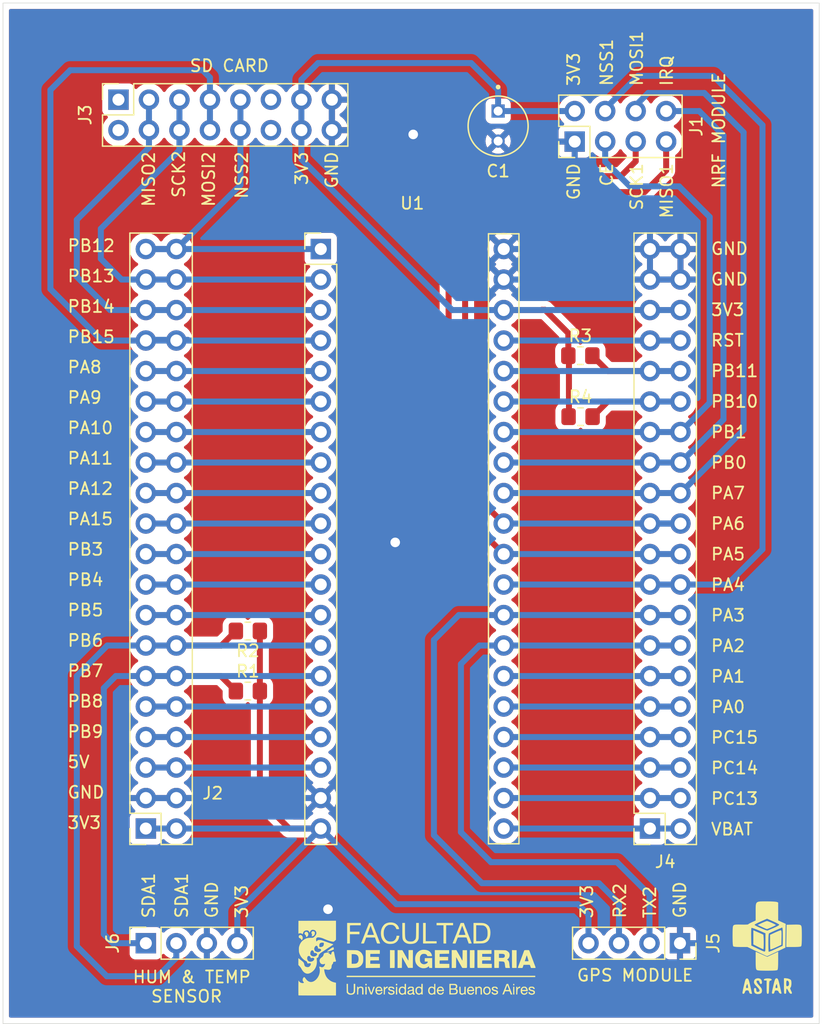
<source format=kicad_pcb>
(kicad_pcb (version 20240108) (generator "pcbnew") (generator_version "8.0")
  (title_block (title "Blue Pill extension board") (company "Fiuba Sat"))
  (layers (0 "F.Cu" signal) (31 "B.Cu" signal) (34 "B.Paste" user) (35 "F.Paste" user) (36 "B.SilkS" user "B.Silkscreen") (37 "F.SilkS" user "F.Silkscreen") (38 "B.Mask" user) (39 "F.Mask" user) (44 "Edge.Cuts" user))
  (net 0 "")
  (net 1 "MOSI1")
  (net 2 "VBAT")
  (net 3 "NSS1")
  (net 4 "SCK1")
  (net 5 "SDA2")
  (net 6 "PA1")
  (net 7 "PB1")
  (net 8 "PC13")
  (net 9 "PC15")
  (net 10 "SCL2")
  (net 11 "PC14")
  (net 12 "RST")
  (net 13 "PA0")
  (net 14 "PB0")
  (net 15 "PA8")
  (net 16 "PB4")
  (net 17 "PB3")
  (net 18 "PB5")
  (net 19 "PA11")
  (net 20 "MISO1")
  (net 21 "PA15")
  (net 22 "PA12")
  (net 23 "SDA1")
  (net 24 "SCL1")
  (net 25 "5V")
  (net 26 "NSS2")
  (net 27 "SCK2")
  (net 28 "MOSI2")
  (net 29 "PB8")
  (net 30 "PB9")
  (net 31 "GND")
  (net 35 "MISO2")
  (net 36 "RX1")
  (net 37 "TX1")
  (net 39 "RX2")
  (net 40 "TX2")
  (net 41 "3V3_R")
  (net 42 "3V3_L")
  (footprint "Connector_PinSocket_2.54mm:PinSocket_2x20_P2.54mm_Vertical" (layer "F.Cu") (at 124.675 114.73 180)
    (property "Reference" "J2" (at -5.575 2.94 180) (layer "F.SilkS"))
    (property "Value" "Conn_02x20_Odd_Even" (hide yes))
    (pad "1" thru_hole rect (at 0 0 180) (size 1.7 1.7) (drill 1) (layers "*.Cu" "*.Mask") (net 42 "3V3_L"))
    (pad "2" thru_hole oval (at -2.54 0 180) (size 1.7 1.7) (drill 1) (layers "*.Cu" "*.Mask") (net 42 "3V3_L"))
    (pad "3" thru_hole oval (at 0 2.54 180) (size 1.7 1.7) (drill 1) (layers "*.Cu" "*.Mask") (net 31 "GND"))
    (pad "4" thru_hole oval (at -2.54 2.54 180) (size 1.7 1.7) (drill 1) (layers "*.Cu" "*.Mask") (net 31 "GND"))
    (pad "5" thru_hole oval (at 0 5.08 180) (size 1.7 1.7) (drill 1) (layers "*.Cu" "*.Mask") (net 25 "5V"))
    (pad "6" thru_hole oval (at -2.54 5.08 180) (size 1.7 1.7) (drill 1) (layers "*.Cu" "*.Mask") (net 25 "5V"))
    (pad "7" thru_hole oval (at 0 7.62 180) (size 1.7 1.7) (drill 1) (layers "*.Cu" "*.Mask") (net 30 "PB9"))
    (pad "8" thru_hole oval (at -2.54 7.62 180) (size 1.7 1.7) (drill 1) (layers "*.Cu" "*.Mask") (net 30 "PB9"))
    (pad "9" thru_hole oval (at 0 10.16 180) (size 1.7 1.7) (drill 1) (layers "*.Cu" "*.Mask") (net 29 "PB8"))
    (pad "10" thru_hole oval (at -2.54 10.16 180) (size 1.7 1.7) (drill 1) (layers "*.Cu" "*.Mask") (net 29 "PB8"))
    (pad "11" thru_hole oval (at 0 12.7 180) (size 1.7 1.7) (drill 1) (layers "*.Cu" "*.Mask") (net 23 "SDA1"))
    (pad "12" thru_hole oval (at -2.54 12.7 180) (size 1.7 1.7) (drill 1) (layers "*.Cu" "*.Mask") (net 23 "SDA1"))
    (pad "13" thru_hole oval (at 0 15.24 180) (size 1.7 1.7) (drill 1) (layers "*.Cu" "*.Mask") (net 24 "SCL1"))
    (pad "14" thru_hole oval (at -2.54 15.24 180) (size 1.7 1.7) (drill 1) (layers "*.Cu" "*.Mask") (net 24 "SCL1"))
    (pad "15" thru_hole oval (at 0 17.78 180) (size 1.7 1.7) (drill 1) (layers "*.Cu" "*.Mask") (net 18 "PB5"))
    (pad "16" thru_hole oval (at -2.54 17.78 180) (size 1.7 1.7) (drill 1) (layers "*.Cu" "*.Mask") (net 18 "PB5"))
    (pad "17" thru_hole oval (at 0 20.32 180) (size 1.7 1.7) (drill 1) (layers "*.Cu" "*.Mask") (net 16 "PB4"))
    (pad "18" thru_hole oval (at -2.54 20.32 180) (size 1.7 1.7) (drill 1) (layers "*.Cu" "*.Mask") (net 16 "PB4"))
    (pad "19" thru_hole oval (at 0 22.86 180) (size 1.7 1.7) (drill 1) (layers "*.Cu" "*.Mask") (net 17 "PB3"))
    (pad "20" thru_hole oval (at -2.54 22.86 180) (size 1.7 1.7) (drill 1) (layers "*.Cu" "*.Mask") (net 17 "PB3"))
    (pad "21" thru_hole oval (at 0 25.4 180) (size 1.7 1.7) (drill 1) (layers "*.Cu" "*.Mask") (net 21 "PA15"))
    (pad "22" thru_hole oval (at -2.54 25.4 180) (size 1.7 1.7) (drill 1) (layers "*.Cu" "*.Mask") (net 21 "PA15"))
    (pad "23" thru_hole oval (at 0 27.94 180) (size 1.7 1.7) (drill 1) (layers "*.Cu" "*.Mask") (net 22 "PA12"))
    (pad "24" thru_hole oval (at -2.54 27.94 180) (size 1.7 1.7) (drill 1) (layers "*.Cu" "*.Mask") (net 22 "PA12"))
    (pad "25" thru_hole oval (at 0 30.48 180) (size 1.7 1.7) (drill 1) (layers "*.Cu" "*.Mask") (net 19 "PA11"))
    (pad "26" thru_hole oval (at -2.54 30.48 180) (size 1.7 1.7) (drill 1) (layers "*.Cu" "*.Mask") (net 19 "PA11"))
    (pad "27" thru_hole oval (at 0 33.02 180) (size 1.7 1.7) (drill 1) (layers "*.Cu" "*.Mask") (net 36 "RX1"))
    (pad "28" thru_hole oval (at -2.54 33.02 180) (size 1.7 1.7) (drill 1) (layers "*.Cu" "*.Mask") (net 36 "RX1"))
    (pad "29" thru_hole oval (at 0 35.56 180) (size 1.7 1.7) (drill 1) (layers "*.Cu" "*.Mask") (net 37 "TX1"))
    (pad "30" thru_hole oval (at -2.54 35.56 180) (size 1.7 1.7) (drill 1) (layers "*.Cu" "*.Mask") (net 37 "TX1"))
    (pad "31" thru_hole oval (at 0 38.1 180) (size 1.7 1.7) (drill 1) (layers "*.Cu" "*.Mask") (net 15 "PA8"))
    (pad "32" thru_hole oval (at -2.54 38.1 180) (size 1.7 1.7) (drill 1) (layers "*.Cu" "*.Mask") (net 15 "PA8"))
    (pad "33" thru_hole oval (at 0 40.64 180) (size 1.7 1.7) (drill 1) (layers "*.Cu" "*.Mask") (net 28 "MOSI2"))
    (pad "34" thru_hole oval (at -2.54 40.64 180) (size 1.7 1.7) (drill 1) (layers "*.Cu" "*.Mask") (net 28 "MOSI2"))
    (pad "35" thru_hole oval (at 0 43.18 180) (size 1.7 1.7) (drill 1) (layers "*.Cu" "*.Mask") (net 35 "MISO2"))
    (pad "36" thru_hole oval (at -2.54 43.18 180) (size 1.7 1.7) (drill 1) (layers "*.Cu" "*.Mask") (net 35 "MISO2"))
    (pad "37" thru_hole oval (at 0 45.72 180) (size 1.7 1.7) (drill 1) (layers "*.Cu" "*.Mask") (net 27 "SCK2"))
    (pad "38" thru_hole oval (at -2.54 45.72 180) (size 1.7 1.7) (drill 1) (layers "*.Cu" "*.Mask") (net 27 "SCK2"))
    (pad "39" thru_hole oval (at 0 48.26 180) (size 1.7 1.7) (drill 1) (layers "*.Cu" "*.Mask") (net 26 "NSS2"))
    (pad "40" thru_hole oval (at -2.54 48.26 180) (size 1.7 1.7) (drill 1) (layers "*.Cu" "*.Mask") (net 26 "NSS2"))
  )
  (footprint "Footprints:BluePill_modified(F.Courtyard)" (layer "F.Cu") (at 139.25 66.47)
    (property "Reference" "U1" (at 7.62 -3.81 0) (layer "F.SilkS"))
    (property "Value" "YAAJ_BluePill_Part_Like" (hide yes))
    (pad "1" thru_hole rect (at 0 0) (size 1.7 1.7) (drill 1) (layers "*.Cu" "*.Mask") (net 26 "NSS2"))
    (pad "2" thru_hole circle (at 0 2.54) (size 1.7 1.7) (drill 1) (layers "*.Cu" "*.Mask") (net 27 "SCK2"))
    (pad "3" thru_hole circle (at 0 5.08) (size 1.7 1.7) (drill 1) (layers "*.Cu" "*.Mask") (net 35 "MISO2"))
    (pad "4" thru_hole circle (at 0 7.62) (size 1.7 1.7) (drill 1) (layers "*.Cu" "*.Mask") (net 28 "MOSI2"))
    (pad "5" thru_hole circle (at 0 10.16) (size 1.7 1.7) (drill 1) (layers "*.Cu" "*.Mask") (net 15 "PA8"))
    (pad "6" thru_hole circle (at 0 12.7) (size 1.7 1.7) (drill 1) (layers "*.Cu" "*.Mask") (net 37 "TX1"))
    (pad "7" thru_hole circle (at 0 15.24) (size 1.7 1.7) (drill 1) (layers "*.Cu" "*.Mask") (net 36 "RX1"))
    (pad "8" thru_hole circle (at 0 17.78) (size 1.7 1.7) (drill 1) (layers "*.Cu" "*.Mask") (net 19 "PA11"))
    (pad "9" thru_hole circle (at 0 20.32) (size 1.7 1.7) (drill 1) (layers "*.Cu" "*.Mask") (net 22 "PA12"))
    (pad "10" thru_hole circle (at 0 22.86) (size 1.7 1.7) (drill 1) (layers "*.Cu" "*.Mask") (net 21 "PA15"))
    (pad "11" thru_hole circle (at 0 25.4) (size 1.7 1.7) (drill 1) (layers "*.Cu" "*.Mask") (net 17 "PB3"))
    (pad "12" thru_hole circle (at 0 27.94) (size 1.7 1.7) (drill 1) (layers "*.Cu" "*.Mask") (net 16 "PB4"))
    (pad "13" thru_hole circle (at 0 30.48) (size 1.7 1.7) (drill 1) (layers "*.Cu" "*.Mask") (net 18 "PB5"))
    (pad "14" thru_hole circle (at 0 33.02) (size 1.7 1.7) (drill 1) (layers "*.Cu" "*.Mask") (net 24 "SCL1"))
    (pad "15" thru_hole circle (at 0 35.56) (size 1.7 1.7) (drill 1) (layers "*.Cu" "*.Mask") (net 23 "SDA1"))
    (pad "16" thru_hole circle (at 0 38.1) (size 1.7 1.7) (drill 1) (layers "*.Cu" "*.Mask") (net 29 "PB8"))
    (pad "17" thru_hole circle (at 0 40.64) (size 1.7 1.7) (drill 1) (layers "*.Cu" "*.Mask") (net 30 "PB9"))
    (pad "18" thru_hole circle (at 0 43.18) (size 1.7 1.7) (drill 1) (layers "*.Cu" "*.Mask") (net 25 "5V"))
    (pad "19" thru_hole circle (at 0 45.72) (size 1.7 1.7) (drill 1) (layers "*.Cu" "*.Mask") (net 31 "GND"))
    (pad "20" thru_hole circle (at 0 48.26) (size 1.7 1.7) (drill 1) (layers "*.Cu" "*.Mask") (net 42 "3V3_L"))
    (pad "21" thru_hole circle (at 15.24 48.26) (size 1.7 1.7) (drill 1) (layers "*.Cu" "*.Mask") (net 2 "VBAT"))
    (pad "22" thru_hole circle (at 15.24 45.72) (size 1.7 1.7) (drill 1) (layers "*.Cu" "*.Mask") (net 8 "PC13"))
    (pad "23" thru_hole circle (at 15.24 43.18) (size 1.7 1.7) (drill 1) (layers "*.Cu" "*.Mask") (net 11 "PC14"))
    (pad "24" thru_hole circle (at 15.24 40.64) (size 1.7 1.7) (drill 1) (layers "*.Cu" "*.Mask") (net 9 "PC15"))
    (pad "25" thru_hole circle (at 15.24 38.1) (size 1.7 1.7) (drill 1) (layers "*.Cu" "*.Mask") (net 13 "PA0"))
    (pad "26" thru_hole circle (at 15.24 35.56) (size 1.7 1.7) (drill 1) (layers "*.Cu" "*.Mask") (net 6 "PA1"))
    (pad "27" thru_hole circle (at 15.24 33.02) (size 1.7 1.7) (drill 1) (layers "*.Cu" "*.Mask") (net 40 "TX2"))
    (pad "28" thru_hole circle (at 15.24 30.48) (size 1.7 1.7) (drill 1) (layers "*.Cu" "*.Mask") (net 39 "RX2"))
    (pad "29" thru_hole circle (at 15.24 27.94) (size 1.7 1.7) (drill 1) (layers "*.Cu" "*.Mask") (net 3 "NSS1"))
    (pad "30" thru_hole circle (at 15.24 25.4) (size 1.7 1.7) (drill 1) (layers "*.Cu" "*.Mask") (net 4 "SCK1"))
    (pad "31" thru_hole circle (at 15.24 22.86) (size 1.7 1.7) (drill 1) (layers "*.Cu" "*.Mask") (net 20 "MISO1"))
    (pad "32" thru_hole circle (at 15.24 20.32) (size 1.7 1.7) (drill 1) (layers "*.Cu" "*.Mask") (net 1 "MOSI1"))
    (pad "33" thru_hole circle (at 15.24 17.78) (size 1.7 1.7) (drill 1) (layers "*.Cu" "*.Mask") (net 14 "PB0"))
    (pad "34" thru_hole circle (at 15.24 15.24) (size 1.7 1.7) (drill 1) (layers "*.Cu" "*.Mask") (net 7 "PB1"))
    (pad "35" thru_hole circle (at 15.24 12.7) (size 1.7 1.7) (drill 1) (layers "*.Cu" "*.Mask") (net 10 "SCL2"))
    (pad "36" thru_hole circle (at 15.24 10.16) (size 1.7 1.7) (drill 1) (layers "*.Cu" "*.Mask") (net 5 "SDA2"))
    (pad "37" thru_hole circle (at 15.24 7.62) (size 1.7 1.7) (drill 1) (layers "*.Cu" "*.Mask") (net 12 "RST"))
    (pad "38" thru_hole circle (at 15.24 5.08) (size 1.7 1.7) (drill 1) (layers "*.Cu" "*.Mask") (net 41 "3V3_R"))
    (pad "39" thru_hole circle (at 15.24 2.54) (size 1.7 1.7) (drill 1) (layers "*.Cu" "*.Mask") (net 31 "GND"))
    (pad "40" thru_hole circle (at 15.24 0) (size 1.7 1.7) (drill 1) (layers "*.Cu" "*.Mask") (net 31 "GND"))
  )
  (footprint "Connector_PinSocket_2.54mm:PinSocket_2x20_P2.54mm_Vertical" (layer "F.Cu") (at 166.675 114.73 180)
    (property "Reference" "J4" (at -1.27 -2.77 180) (layer "F.SilkS"))
    (property "Value" "Conn_02x20_Odd_Even" (hide yes))
    (pad "1" thru_hole rect (at 0 0 180) (size 1.7 1.7) (drill 1) (layers "*.Cu" "*.Mask") (net 2 "VBAT"))
    (pad "2" thru_hole oval (at -2.54 0 180) (size 1.7 1.7) (drill 1) (layers "*.Cu" "*.Mask") (net 2 "VBAT"))
    (pad "3" thru_hole oval (at 0 2.54 180) (size 1.7 1.7) (drill 1) (layers "*.Cu" "*.Mask") (net 8 "PC13"))
    (pad "4" thru_hole oval (at -2.54 2.54 180) (size 1.7 1.7) (drill 1) (layers "*.Cu" "*.Mask") (net 8 "PC13"))
    (pad "5" thru_hole oval (at 0 5.08 180) (size 1.7 1.7) (drill 1) (layers "*.Cu" "*.Mask") (net 11 "PC14"))
    (pad "6" thru_hole oval (at -2.54 5.08 180) (size 1.7 1.7) (drill 1) (layers "*.Cu" "*.Mask") (net 11 "PC14"))
    (pad "7" thru_hole oval (at 0 7.62 180) (size 1.7 1.7) (drill 1) (layers "*.Cu" "*.Mask") (net 9 "PC15"))
    (pad "8" thru_hole oval (at -2.54 7.62 180) (size 1.7 1.7) (drill 1) (layers "*.Cu" "*.Mask") (net 9 "PC15"))
    (pad "9" thru_hole oval (at 0 10.16 180) (size 1.7 1.7) (drill 1) (layers "*.Cu" "*.Mask") (net 13 "PA0"))
    (pad "10" thru_hole oval (at -2.54 10.16 180) (size 1.7 1.7) (drill 1) (layers "*.Cu" "*.Mask") (net 13 "PA0"))
    (pad "11" thru_hole oval (at 0 12.7 180) (size 1.7 1.7) (drill 1) (layers "*.Cu" "*.Mask") (net 6 "PA1"))
    (pad "12" thru_hole oval (at -2.54 12.7 180) (size 1.7 1.7) (drill 1) (layers "*.Cu" "*.Mask") (net 6 "PA1"))
    (pad "13" thru_hole oval (at 0 15.24 180) (size 1.7 1.7) (drill 1) (layers "*.Cu" "*.Mask") (net 40 "TX2"))
    (pad "14" thru_hole oval (at -2.54 15.24 180) (size 1.7 1.7) (drill 1) (layers "*.Cu" "*.Mask") (net 40 "TX2"))
    (pad "15" thru_hole oval (at 0 17.78 180) (size 1.7 1.7) (drill 1) (layers "*.Cu" "*.Mask") (net 39 "RX2"))
    (pad "16" thru_hole oval (at -2.54 17.78 180) (size 1.7 1.7) (drill 1) (layers "*.Cu" "*.Mask") (net 39 "RX2"))
    (pad "17" thru_hole oval (at 0 20.32 180) (size 1.7 1.7) (drill 1) (layers "*.Cu" "*.Mask") (net 3 "NSS1"))
    (pad "18" thru_hole oval (at -2.54 20.32 180) (size 1.7 1.7) (drill 1) (layers "*.Cu" "*.Mask") (net 3 "NSS1"))
    (pad "19" thru_hole oval (at 0 22.86 180) (size 1.7 1.7) (drill 1) (layers "*.Cu" "*.Mask") (net 4 "SCK1"))
    (pad "20" thru_hole oval (at -2.54 22.86 180) (size 1.7 1.7) (drill 1) (layers "*.Cu" "*.Mask") (net 4 "SCK1"))
    (pad "21" thru_hole oval (at 0 25.4 180) (size 1.7 1.7) (drill 1) (layers "*.Cu" "*.Mask") (net 20 "MISO1"))
    (pad "22" thru_hole oval (at -2.54 25.4 180) (size 1.7 1.7) (drill 1) (layers "*.Cu" "*.Mask") (net 20 "MISO1"))
    (pad "23" thru_hole oval (at 0 27.94 180) (size 1.7 1.7) (drill 1) (layers "*.Cu" "*.Mask") (net 1 "MOSI1"))
    (pad "24" thru_hole oval (at -2.54 27.94 180) (size 1.7 1.7) (drill 1) (layers "*.Cu" "*.Mask") (net 1 "MOSI1"))
    (pad "25" thru_hole oval (at 0 30.48 180) (size 1.7 1.7) (drill 1) (layers "*.Cu" "*.Mask") (net 14 "PB0"))
    (pad "26" thru_hole oval (at -2.54 30.48 180) (size 1.7 1.7) (drill 1) (layers "*.Cu" "*.Mask") (net 14 "PB0"))
    (pad "27" thru_hole oval (at 0 33.02 180) (size 1.7 1.7) (drill 1) (layers "*.Cu" "*.Mask") (net 7 "PB1"))
    (pad "28" thru_hole oval (at -2.54 33.02 180) (size 1.7 1.7) (drill 1) (layers "*.Cu" "*.Mask") (net 7 "PB1"))
    (pad "29" thru_hole oval (at 0 35.56 180) (size 1.7 1.7) (drill 1) (layers "*.Cu" "*.Mask") (net 10 "SCL2"))
    (pad "30" thru_hole oval (at -2.54 35.56 180) (size 1.7 1.7) (drill 1) (layers "*.Cu" "*.Mask") (net 10 "SCL2"))
    (pad "31" thru_hole oval (at 0 38.1 180) (size 1.7 1.7) (drill 1) (layers "*.Cu" "*.Mask") (net 5 "SDA2"))
    (pad "32" thru_hole oval (at -2.54 38.1 180) (size 1.7 1.7) (drill 1) (layers "*.Cu" "*.Mask") (net 5 "SDA2"))
    (pad "33" thru_hole oval (at 0 40.64 180) (size 1.7 1.7) (drill 1) (layers "*.Cu" "*.Mask") (net 12 "RST"))
    (pad "34" thru_hole oval (at -2.54 40.64 180) (size 1.7 1.7) (drill 1) (layers "*.Cu" "*.Mask") (net 12 "RST"))
    (pad "35" thru_hole oval (at 0 43.18 180) (size 1.7 1.7) (drill 1) (layers "*.Cu" "*.Mask") (net 41 "3V3_R"))
    (pad "36" thru_hole oval (at -2.54 43.18 180) (size 1.7 1.7) (drill 1) (layers "*.Cu" "*.Mask") (net 41 "3V3_R"))
    (pad "37" thru_hole oval (at 0 45.72 180) (size 1.7 1.7) (drill 1) (layers "*.Cu" "*.Mask") (net 31 "GND"))
    (pad "38" thru_hole oval (at -2.54 45.72 180) (size 1.7 1.7) (drill 1) (layers "*.Cu" "*.Mask") (net 31 "GND"))
    (pad "39" thru_hole oval (at 0 48.26 180) (size 1.7 1.7) (drill 1) (layers "*.Cu" "*.Mask") (net 31 "GND"))
    (pad "40" thru_hole oval (at -2.54 48.26 180) (size 1.7 1.7) (drill 1) (layers "*.Cu" "*.Mask") (net 31 "GND"))
  )
  (footprint "Connector_PinSocket_2.54mm:PinSocket_2x08_P2.54mm_Vertical" (layer "F.Cu") (at 122.395 54.03 90)
    (property "Reference" "J3" (at -1.27 -2.77 -90) (layer "F.SilkS"))
    (property "Value" "SD_CARD")
    (pad "1" thru_hole rect (at 0 0 90) (size 1.7 1.7) (drill 1) (layers "*.Cu" "*.Mask"))
    (pad "2" thru_hole oval (at -2.54 0 90) (size 1.7 1.7) (drill 1) (layers "*.Cu" "*.Mask"))
    (pad "3" thru_hole oval (at 0 2.54 90) (size 1.7 1.7) (drill 1) (layers "*.Cu" "*.Mask") (net 35 "MISO2"))
    (pad "4" thru_hole oval (at -2.54 2.54 90) (size 1.7 1.7) (drill 1) (layers "*.Cu" "*.Mask") (net 35 "MISO2"))
    (pad "5" thru_hole oval (at 0 5.08 90) (size 1.7 1.7) (drill 1) (layers "*.Cu" "*.Mask") (net 27 "SCK2"))
    (pad "6" thru_hole oval (at -2.54 5.08 90) (size 1.7 1.7) (drill 1) (layers "*.Cu" "*.Mask") (net 27 "SCK2"))
    (pad "7" thru_hole oval (at 0 7.62 90) (size 1.7 1.7) (drill 1) (layers "*.Cu" "*.Mask") (net 28 "MOSI2"))
    (pad "8" thru_hole oval (at -2.54 7.62 90) (size 1.7 1.7) (drill 1) (layers "*.Cu" "*.Mask") (net 28 "MOSI2"))
    (pad "9" thru_hole oval (at 0 10.16 90) (size 1.7 1.7) (drill 1) (layers "*.Cu" "*.Mask") (net 26 "NSS2"))
    (pad "10" thru_hole oval (at -2.54 10.16 90) (size 1.7 1.7) (drill 1) (layers "*.Cu" "*.Mask") (net 26 "NSS2"))
    (pad "11" thru_hole oval (at 0 12.7 90) (size 1.7 1.7) (drill 1) (layers "*.Cu" "*.Mask"))
    (pad "12" thru_hole oval (at -2.54 12.7 90) (size 1.7 1.7) (drill 1) (layers "*.Cu" "*.Mask"))
    (pad "13" thru_hole oval (at 0 15.24 90) (size 1.7 1.7) (drill 1) (layers "*.Cu" "*.Mask") (net 41 "3V3_R"))
    (pad "14" thru_hole oval (at -2.54 15.24 90) (size 1.7 1.7) (drill 1) (layers "*.Cu" "*.Mask") (net 41 "3V3_R"))
    (pad "15" thru_hole oval (at 0 17.78 90) (size 1.7 1.7) (drill 1) (layers "*.Cu" "*.Mask") (net 31 "GND"))
    (pad "16" thru_hole oval (at -2.54 17.78 90) (size 1.7 1.7) (drill 1) (layers "*.Cu" "*.Mask") (net 31 "GND"))
  )
  (footprint "Resistor_SMD:R_0805_2012Metric_Pad1.20x1.40mm_HandSolder" (layer "F.Cu") (at 160.875 75.35)
    (property "Reference" "R3" (at 0 -1.65 0) (layer "F.SilkS"))
    (property "Value" "10k")
    (pad "1" smd roundrect (at -1 0) (size 1.2 1.4) (layers "F.Cu" "F.Paste" "F.Mask") (roundrect_rratio 0.208333) (net 41 "3V3_R"))
    (pad "2" smd roundrect (at 1 0) (size 1.2 1.4) (layers "F.Cu" "F.Paste" "F.Mask") (roundrect_rratio 0.208333) (net 5 "SDA2"))
  )
  (footprint "Images:ASTAR" (layer "F.Cu") (at 176.25 124.5)
    (property "Reference" "G***" (hide yes))
    (property "Value" "LOGO" (hide yes))
  )
  (footprint "Footprints:CAPPRD250W50D500H1100" (layer "F.Cu") (at 154.025 56.23 -90)
    (property "Reference" "C1" (at 3.75 0 180) (layer "F.SilkS"))
    (property "Value" "10u")
    (pad "N" thru_hole circle (at 1.25 0 270) (size 1.1 1.1) (drill 0.75) (layers "*.Cu" "*.Mask") (net 31 "GND"))
    (pad "P" thru_hole rect (at -1.25 0 270) (size 1.1 1.1) (drill 0.75) (layers "*.Cu" "*.Mask") (net 41 "3V3_R"))
  )
  (footprint "Connector_PinSocket_2.54mm:PinSocket_1x04_P2.54mm_Vertical" (layer "F.Cu") (at 169.175 124.28 -90)
    (property "Reference" "J5" (at 0 -2.77 90) (layer "F.SilkS"))
    (property "Value" "GPS_MODULE")
    (pad "1" thru_hole rect (at 0 0 270) (size 1.7 1.7) (drill 1) (layers "*.Cu" "*.Mask") (net 31 "GND"))
    (pad "2" thru_hole oval (at 0 2.54 270) (size 1.7 1.7) (drill 1) (layers "*.Cu" "*.Mask") (net 40 "TX2"))
    (pad "3" thru_hole oval (at 0 5.08 270) (size 1.7 1.7) (drill 1) (layers "*.Cu" "*.Mask") (net 39 "RX2"))
    (pad "4" thru_hole oval (at 0 7.62 270) (size 1.7 1.7) (drill 1) (layers "*.Cu" "*.Mask") (net 42 "3V3_L"))
  )
  (footprint "Resistor_SMD:R_0805_2012Metric_Pad1.20x1.40mm_HandSolder" (layer "F.Cu") (at 133.175 98.28 180)
    (property "Reference" "R2" (at 0 -1.65 180) (layer "F.SilkS"))
    (property "Value" "10k")
    (pad "1" smd roundrect (at -1 0 180) (size 1.2 1.4) (layers "F.Cu" "F.Paste" "F.Mask") (roundrect_rratio 0.208333) (net 42 "3V3_L"))
    (pad "2" smd roundrect (at 1 0 180) (size 1.2 1.4) (layers "F.Cu" "F.Paste" "F.Mask") (roundrect_rratio 0.208333) (net 24 "SCL1"))
  )
  (footprint "Resistor_SMD:R_0805_2012Metric_Pad1.20x1.40mm_HandSolder" (layer "F.Cu") (at 160.895 80.43)
    (property "Reference" "R4" (at 0 -1.65 0) (layer "F.SilkS"))
    (property "Value" "10k")
    (pad "1" smd roundrect (at -1 0) (size 1.2 1.4) (layers "F.Cu" "F.Paste" "F.Mask") (roundrect_rratio 0.208333) (net 41 "3V3_R"))
    (pad "2" smd roundrect (at 1 0) (size 1.2 1.4) (layers "F.Cu" "F.Paste" "F.Mask") (roundrect_rratio 0.208333) (net 10 "SCL2"))
  )
  (footprint "Footprints:PinSocket_2x04_P2.54mm_Vertical" (layer "F.Cu") (at 160.405 57.52 90)
    (property "Reference" "J1" (at 1.28 10.125 -90) (layer "F.SilkS"))
    (property "Value" "NRF_MODULE")
    (pad "1" thru_hole rect (at 0 0 90) (size 1.7 1.7) (drill 1) (layers "*.Cu" "*.Mask") (net 31 "GND"))
    (pad "2" thru_hole oval (at 2.54 0 90) (size 1.7 1.7) (drill 1) (layers "*.Cu" "*.Mask") (net 41 "3V3_R"))
    (pad "3" thru_hole oval (at 0 2.54 90) (size 1.7 1.7) (drill 1) (layers "*.Cu" "*.Mask") (net 7 "PB1"))
    (pad "4" thru_hole oval (at 2.54 2.54 90) (size 1.7 1.7) (drill 1) (layers "*.Cu" "*.Mask") (net 3 "NSS1"))
    (pad "5" thru_hole oval (at 0 5.08 90) (size 1.7 1.7) (drill 1) (layers "*.Cu" "*.Mask") (net 4 "SCK1"))
    (pad "6" thru_hole oval (at 2.54 5.08 90) (size 1.7 1.7) (drill 1) (layers "*.Cu" "*.Mask") (net 1 "MOSI1"))
    (pad "7" thru_hole oval (at 0 7.62 90) (size 1.7 1.7) (drill 1) (layers "*.Cu" "*.Mask") (net 20 "MISO1"))
    (pad "8" thru_hole oval (at 2.54 7.62 90) (size 1.7 1.7) (drill 1) (layers "*.Cu" "*.Mask") (net 14 "PB0"))
  )
  (footprint "Resistor_SMD:R_0805_2012Metric_Pad1.20x1.40mm_HandSolder" (layer "F.Cu") (at 133.175 103.28)
    (property "Reference" "R1" (at 0 -1.65 0) (layer "F.SilkS"))
    (property "Value" "10k")
    (pad "1" smd roundrect (at -1 0) (size 1.2 1.4) (layers "F.Cu" "F.Paste" "F.Mask") (roundrect_rratio 0.208333) (net 23 "SDA1"))
    (pad "2" smd roundrect (at 1 0) (size 1.2 1.4) (layers "F.Cu" "F.Paste" "F.Mask") (roundrect_rratio 0.208333) (net 42 "3V3_L"))
  )
  (footprint "Images:LogoFIUBA" (layer "F.Cu") (at 147.25 125.5)
    (property "Reference" "G***" (hide yes))
    (property "Value" "LOGO" (hide yes))
  )
  (footprint "Connector_PinSocket_2.54mm:PinSocket_1x04_P2.54mm_Vertical" (layer "F.Cu") (at 124.675 124.28 90)
    (property "Reference" "J6" (at 0 -2.77 -90) (layer "F.SilkS"))
    (property "Value" "HUM & TEMP SENSOR")
    (pad "1" thru_hole rect (at 0 0 90) (size 1.7 1.7) (drill 1) (layers "*.Cu" "*.Mask") (net 23 "SDA1"))
    (pad "2" thru_hole oval (at 0 2.54 90) (size 1.7 1.7) (drill 1) (layers "*.Cu" "*.Mask") (net 24 "SCL1"))
    (pad "3" thru_hole oval (at 0 5.08 90) (size 1.7 1.7) (drill 1) (layers "*.Cu" "*.Mask") (net 31 "GND"))
    (pad "4" thru_hole oval (at 0 7.62 90) (size 1.7 1.7) (drill 1) (layers "*.Cu" "*.Mask") (net 42 "3V3_L"))
  )
  (gr_rect (start 112.775 45.98) (end 180.775 130.98) (stroke (width 0.05)) (fill none) (layer "Edge.Cuts"))
  (gr_text "PC13" (at 171.675 112.822797 0) (layer "F.SilkS") (effects (font (size 1 1)) (justify left bottom)))
  (gr_text "TX2" (at 167.25 122.29 90) (layer "F.SilkS") (effects (font (size 1 1)) (justify left bottom)))
  (gr_text "3V3" (at 138.25 61.230477 90) (layer "F.SilkS") (effects (font (size 1 1)) (justify left bottom)))
  (gr_text "PB12" (at 122.175 66.78 0) (layer "F.SilkS") (effects (font (size 1 1)) (justify right bottom)))
  (gr_text "GND\n" (at 171.675 69.574049 0) (layer "F.SilkS") (effects (font (size 1 1)) (justify left bottom)))
  (gr_text "3V3" (at 171.675 72.118093 0) (layer "F.SilkS") (effects (font (size 1 1)) (justify left bottom)))
  (gr_text "GND\n" (at 169.75 122.29 90) (layer "F.SilkS") (effects (font (size 1 1)) (justify left bottom)))
  (gr_text "PA4" (at 171.675 95.014489 0) (layer "F.SilkS") (effects (font (size 1 1)) (justify left bottom)))
  (gr_text "NSS1" (at 163.655 52.98 90) (layer "F.SilkS") (effects (font (size 1 1)) (justify left bottom)))
  (gr_text "RX2" (at 164.75 122.29 90) (layer "F.SilkS") (effects (font (size 1 1)) (justify left bottom)))
  (gr_text "PB7" (at 121.222619 102.185265 0) (layer "F.SilkS") (effects (font (size 1 1)) (justify right bottom)))
  (gr_text "PA3" (at 171.675 97.558533 0) (layer "F.SilkS") (effects (font (size 1 1)) (justify left bottom)))
  (gr_text "GND\n" (at 140.75 61.516191 90) (layer "F.SilkS") (effects (font (size 1 1)) (justify left bottom)))
  (gr_text "PA2" (at 171.675 100.102577 0) (layer "F.SilkS") (effects (font (size 1 1)) (justify left bottom)))
  (gr_text "PB13" (at 122.175 69.308954 0) (layer "F.SilkS") (effects (font (size 1 1)) (justify right bottom)))
  (gr_text "PB4\n" (at 121.222619 94.598424 0) (layer "F.SilkS") (effects (font (size 1 1)) (justify right bottom)))
  (gr_text "CE" (at 163.655 61.337143 90) (layer "F.SilkS") (effects (font (size 1 1)) (justify left bottom)))
  (gr_text "RST" (at 171.675 74.662137 0) (layer "F.SilkS") (effects (font (size 1 1)) (justify left bottom)))
  (gr_text "PA10" (at 122.032143 81.953689 0) (layer "F.SilkS") (effects (font (size 1 1)) (justify right bottom)))
  (gr_text "PA12" (at 122.032143 87.011583 0) (layer "F.SilkS") (effects (font (size 1 1)) (justify right bottom)))
  (gr_text "PC15" (at 171.675 107.734709 0) (layer "F.SilkS") (effects (font (size 1 1)) (justify left bottom)))
  (gr_text "PB1" (at 171.675 82.294269 0) (layer "F.SilkS") (effects (font (size 1 1)) (justify left bottom)))
  (gr_text "PA6" (at 171.675 89.926401 0) (layer "F.SilkS") (effects (font (size 1 1)) (justify left bottom)))
  (gr_text "HUM & TEMP\n  SENSOR" (at 123.5 129.29 0) (layer "F.SilkS") (effects (font (size 1 1)) (justify left bottom)))
  (gr_text "SCK1" (at 166.155 63.337143 90) (layer "F.SilkS") (effects (font (size 1 1)) (justify left bottom)))
  (gr_text "PB6" (at 121.222619 99.656318 0) (layer "F.SilkS") (effects (font (size 1 1)) (justify right bottom)))
  (gr_text "NRF MODULE" (at 173 61.5 90) (layer "F.SilkS") (effects (font (size 1 1)) (justify left bottom)))
  (gr_text "NSS2" (at 133.25 62.373334 90) (layer "F.SilkS") (effects (font (size 1 1)) (justify left bottom)))
  (gr_text "3V3\n" (at 160.905 52.98 90) (layer "F.SilkS") (effects (font (size 1 1)) (justify left bottom)))
  (gr_text "PB0" (at 171.675 84.838313 0) (layer "F.SilkS") (effects (font (size 1 1)) (justify left bottom)))
  (gr_text "3V3" (at 133.25 122.29 90) (layer "F.SilkS") (effects (font (size 1 1)) (justify left bottom)))
  (gr_text "SDA1\n" (at 128.25 122.29 90) (layer "F.SilkS") (effects (font (size 1 1)) (justify left bottom)))
  (gr_text "PB11" (at 171.675 77.206181 0) (layer "F.SilkS") (effects (font (size 1 1)) (justify left bottom)))
  (gr_text "SDA1\n" (at 125.5 122.29 90) (layer "F.SilkS") (effects (font (size 1 1)) (justify left bottom)))
  (gr_text "GND" (at 121.317857 112.301053 0) (layer "F.SilkS") (effects (font (size 1 1)) (justify right bottom)))
  (gr_text "PB9" (at 121.222619 107.243159 0) (layer "F.SilkS") (effects (font (size 1 1)) (justify right bottom)))
  (gr_text "IRQ" (at 168.655 52.98 90) (layer "F.SilkS") (effects (font (size 1 1)) (justify left bottom)))
  (gr_text "PA5" (at 171.675 92.470445 0) (layer "F.SilkS") (effects (font (size 1 1)) (justify left bottom)))
  (gr_text "GND\n" (at 160.905 62.48 90) (layer "F.SilkS") (effects (font (size 1 1)) (justify left bottom)))
  (gr_text "PA8" (at 121.079762 76.895795 0) (layer "F.SilkS") (effects (font (size 1 1)) (justify right bottom)))
  (gr_text "SD CARD" (at 128.25 51.79 0) (layer "F.SilkS") (effects (font (size 1 1)) (justify left bottom)))
  (gr_text "3V3" (at 121.032143 114.83 0) (layer "F.SilkS") (effects (font (size 1 1)) (justify right bottom)))
  (gr_text "PA11" (at 122.032143 84.482636 0) (layer "F.SilkS") (effects (font (size 1 1) (thickness 0.15) (bold yes)) (justify right bottom)))
  (gr_text "PA9\n" (at 121.079762 79.424742 0) (layer "F.SilkS") (effects (font (size 1 1)) (justify right bottom)))
  (gr_text "MOSI1\n" (at 166.155 52.98 90) (layer "F.SilkS") (effects (font (size 1 1)) (justify left bottom)))
  (gr_text "PA15" (at 122.032143 89.54053 0) (layer "F.SilkS") (effects (font (size 1 1)) (justify right bottom)))
  (gr_text "PB14" (at 122.175 71.837901 0) (layer "F.SilkS") (effects (font (size 1 1)) (justify right bottom)))
  (gr_text "MOSI2" (at 130.5 63.04 90) (layer "F.SilkS") (effects (font (size 1 1)) (justify left bottom)))
  (gr_text "PC14" (at 171.675 110.278753 0) (layer "F.SilkS") (effects (font (size 1 1)) (justify left bottom)))
  (gr_text "3V3\n" (at 162 122.29 90) (layer "F.SilkS") (effects (font (size 1 1)) (justify left bottom)))
  (gr_text "5V\n" (at 120.079762 109.772106 0) (layer "F.SilkS") (effects (font (size 1 1)) (justify right bottom)))
  (gr_text "SCK2\n" (at 128 62.29 90) (layer "F.SilkS") (effects (font (size 1 1)) (justify left bottom)))
  (gr_text "PA0" (at 171.675 105.190665 0) (layer "F.SilkS") (effects (font (size 1 1)) (justify left bottom)))
  (gr_text "GND\n" (at 130.75 122.29 90) (layer "F.SilkS") (effects (font (size 1 1)) (justify left bottom)))
  (gr_text "PA7" (at 171.675 87.382357 0) (layer "F.SilkS") (effects (font (size 1 1)) (justify left bottom)))
  (gr_text "PB15" (at 122.175 74.366848 0) (layer "F.SilkS") (effects (font (size 1 1)) (justify right bottom)))
  (gr_text "MISO1" (at 168.655 64.003809 90) (layer "F.SilkS") (effects (font (size 1 1)) (justify left bottom)))
  (gr_text "MISO2\n" (at 125.5 63.04 90) (layer "F.SilkS") (effects (font (size 1 1)) (justify left bottom)))
  (gr_text "PA1" (at 171.675 102.646621 0) (layer "F.SilkS") (effects (font (size 1 1)) (justify left bottom)))
  (gr_text "PB5" (at 121.222619 97.127371 0) (layer "F.SilkS") (effects (font (size 1 1)) (justify right bottom)))
  (gr_text "GND" (at 171.675 67.03 0) (layer "F.SilkS") (effects (font (size 1 1)) (justify left bottom)))
  (gr_text "VBAT" (at 171.675 115.366841 0) (layer "F.SilkS") (effects (font (size 1 1)) (justify left bottom)))
  (gr_text "PB3" (at 121.222619 92.069477 0) (layer "F.SilkS") (effects (font (size 1 1)) (justify right bottom)))
  (gr_text "PB8" (at 121.222619 104.714212 0) (layer "F.SilkS") (effects (font (size 1 1)) (justify right bottom)))
  (gr_text "GPS MODULE" (at 160.5 127.54 0) (layer "F.SilkS") (effects (font (size 1 1)) (justify left bottom)))
  (gr_text "PB10" (at 171.675 79.750225 0) (layer "F.SilkS") (effects (font (size 1 1)) (justify left bottom)))
  (segment (start 174.475 81.53) (end 169.215 86.79) (width 0.5) (layer "B.Cu") (net 1))
  (segment (start 171.2 53.475) (end 174.475 56.75) (width 0.5) (layer "B.Cu") (net 1))
  (segment (start 169.215 86.79) (end 154.49 86.79) (width 0.5) (layer "B.Cu") (net 1))
  (segment (start 165.485 54.98) (end 165.485 54.515) (width 0.5) (layer "B.Cu") (net 1))
  (segment (start 166.525 53.475) (end 171.2 53.475) (width 0.5) (layer "B.Cu") (net 1))
  (segment (start 174.475 56.75) (end 174.475 81.53) (width 0.5) (layer "B.Cu") (net 1))
  (segment (start 165.485 54.515) (end 166.525 53.475) (width 0.5) (layer "B.Cu") (net 1))
  (segment (start 169.215 114.73) (end 154.49 114.73) (width 0.5) (layer "B.Cu") (net 2))
  (segment (start 162.945 54.78) (end 165.675 52.05) (width 0.5) (layer "B.Cu") (net 3))
  (segment (start 166.675 94.41) (end 154.49 94.41) (width 0.5) (layer "B.Cu") (net 3))
  (segment (start 165.675 52.05) (end 171.95 52.05) (width 0.5) (layer "B.Cu") (net 3))
  (segment (start 171.95 52.05) (end 176.05 56.15) (width 0.5) (layer "B.Cu") (net 3))
  (segment (start 176.05 91.475) (end 173.115 94.41) (width 0.5) (layer "B.Cu") (net 3))
  (segment (start 173.115 94.41) (end 169.215 94.41) (width 0.5) (layer "B.Cu") (net 3))
  (segment (start 162.945 54.98) (end 162.945 54.78) (width 0.5) (layer "B.Cu") (net 3))
  (segment (start 169.215 94.41) (end 166.675 94.41) (width 0.5) (layer "B.Cu") (net 3))
  (segment (start 176.05 56.15) (end 176.05 91.475) (width 0.5) (layer "B.Cu") (net 3))
  (segment (start 164.25 60.4) (end 153.35 60.4) (width 0.5) (layer "F.Cu") (net 4))
  (segment (start 165.485 57.52) (end 165.485 59.165) (width 0.5) (layer "F.Cu") (net 4))
  (segment (start 149.9 63.85) (end 149.9 87.28) (width 0.5) (layer "F.Cu") (net 4))
  (segment (start 165.485 59.165) (end 164.25 60.4) (width 0.5) (layer "F.Cu") (net 4))
  (segment (start 153.35 60.4) (end 149.9 63.85) (width 0.5) (layer "F.Cu") (net 4))
  (segment (start 149.9 87.28) (end 154.49 91.87) (width 0.5) (layer "F.Cu") (net 4))
  (segment (start 169.215 91.87) (end 154.49 91.87) (width 0.5) (layer "B.Cu") (net 4))
  (segment (start 166.675 76.63) (end 163.155 76.63) (width 0.5) (layer "F.Cu") (net 5))
  (segment (start 163.155 76.63) (end 161.875 75.35) (width 0.5) (layer "F.Cu") (net 5))
  (segment (start 154.49 76.63) (end 169.215 76.63) (width 0.5) (layer "B.Cu") (net 5))
  (segment (start 154.475 76.615) (end 154.49 76.63) (width 0.5) (layer "B.Cu") (net 5))
  (segment (start 169.215 102.03) (end 154.49 102.03) (width 0.5) (layer "B.Cu") (net 6))
  (segment (start 166.675 81.71) (end 154.49 81.71) (width 0.5) (layer "B.Cu") (net 7))
  (segment (start 162.945 59.195) (end 162.945 57.52) (width 0.5) (layer "B.Cu") (net 7))
  (segment (start 169.215 81.71) (end 166.675 81.71) (width 0.5) (layer "B.Cu") (net 7))
  (segment (start 169.1 61.25) (end 165 61.25) (width 0.5) (layer "B.Cu") (net 7))
  (segment (start 171.65 79.275) (end 171.65 63.8) (width 0.5) (layer "B.Cu") (net 7))
  (segment (start 165 61.25) (end 162.945 59.195) (width 0.5) (layer "B.Cu") (net 7))
  (segment (start 169.215 81.71) (end 171.65 79.275) (width 0.5) (layer "B.Cu") (net 7))
  (segment (start 171.65 63.8) (end 169.1 61.25) (width 0.5) (layer "B.Cu") (net 7))
  (segment (start 169.215 112.19) (end 154.49 112.19) (width 0.5) (layer "B.Cu") (net 8))
  (segment (start 169.215 107.11) (end 154.49 107.11) (width 0.5) (layer "B.Cu") (net 9))
  (segment (start 166.675 79.17) (end 163.155 79.17) (width 0.5) (layer "F.Cu") (net 10))
  (segment (start 163.155 79.17) (end 161.895 80.43) (width 0.5) (layer "F.Cu") (net 10))
  (segment (start 166.675 79.17) (end 154.49 79.17) (width 0.5) (layer "B.Cu") (net 10))
  (segment (start 169.215 79.17) (end 166.675 79.17) (width 0.5) (layer "B.Cu") (net 10))
  (segment (start 169.2 79.185) (end 169.215 79.17) (width 0.5) (layer "B.Cu") (net 10))
  (segment (start 169.215 109.65) (end 154.49 109.65) (width 0.5) (layer "B.Cu") (net 11))
  (segment (start 154.49 74.09) (end 169.215 74.09) (width 0.5) (layer "B.Cu") (net 12))
  (segment (start 169.215 104.57) (end 154.49 104.57) (width 0.5) (layer "B.Cu") (net 13))
  (segment (start 154.495 84.245) (end 154.49 84.25) (width 0.5) (layer "F.Cu") (net 14))
  (segment (start 154.49 84.25) (end 166.675 84.25) (width 0.5) (layer "B.Cu") (net 14))
  (segment (start 169.215 84.25) (end 171.395 82.07) (width 0.5) (layer "B.Cu") (net 14))
  (segment (start 171.395 82.07) (end 172.8 80.665) (width 0.5) (layer "B.Cu") (net 14))
  (segment (start 170.775 54.98) (end 168.025 54.98) (width 0.5) (layer "B.Cu") (net 14))
  (segment (start 172.8 80.665) (end 172.8 57.005) (width 0.5) (layer "B.Cu") (net 14))
  (segment (start 166.675 84.25) (end 169.215 84.25) (width 0.5) (layer "B.Cu") (net 14))
  (segment (start 172.8 57.005) (end 170.775 54.98) (width 0.5) (layer "B.Cu") (net 14))
  (segment (start 124.675 76.63) (end 139.25 76.63) (width 0.5) (layer "B.Cu") (net 15))
  (segment (start 124.675 94.41) (end 139.25 94.41) (width 0.5) (layer "B.Cu") (net 16))
  (segment (start 124.675 91.87) (end 139.25 91.87) (width 0.5) (layer "B.Cu") (net 17))
  (segment (start 124.675 96.95) (end 139.25 96.95) (width 0.5) (layer "B.Cu") (net 18))
  (segment (start 124.675 84.25) (end 139.25 84.25) (width 0.5) (layer "B.Cu") (net 19))
  (segment (start 153.525 61.73) (end 151.275 63.98) (width 0.5) (layer "F.Cu") (net 20))
  (segment (start 168.025 57.52) (end 168.025 59.925) (width 0.5) (layer "F.Cu") (net 20))
  (segment (start 165.025 61.73) (end 153.525 61.73) (width 0.5) (layer "F.Cu") (net 20))
  (segment (start 168.025 59.925) (end 166.225 61.725) (width 0.5) (layer "F.Cu") (net 20))
  (segment (start 165.03 61.725) (end 165.025 61.73) (width 0.5) (layer "F.Cu") (net 20))
  (segment (start 151.275 63.98) (end 151.275 86.115) (width 0.5) (layer "F.Cu") (net 20))
  (segment (start 166.225 61.725) (end 165.03 61.725) (width 0.5) (layer "F.Cu") (net 20))
  (segment (start 151.275 86.115) (end 154.49 89.33) (width 0.5) (layer "F.Cu") (net 20))
  (segment (start 166.675 89.33) (end 154.49 89.33) (width 0.5) (layer "B.Cu") (net 20))
  (segment (start 165.865 89.325) (end 165.87 89.33) (width 0.5) (layer "B.Cu") (net 20))
  (segment (start 165.87 89.33) (end 169.215 89.33) (width 0.5) (layer "B.Cu") (net 20))
  (segment (start 169.215 89.33) (end 166.675 89.33) (width 0.5) (layer "B.Cu") (net 20))
  (segment (start 124.675 89.33) (end 139.25 89.33) (width 0.5) (layer "B.Cu") (net 21))
  (segment (start 124.675 86.79) (end 139.25 86.79) (width 0.5) (layer "B.Cu") (net 22))
  (segment (start 127.215 102.03) (end 130.925 102.03) (width 0.5) (layer "F.Cu") (net 23))
  (segment (start 130.925 102.03) (end 132.175 103.28) (width 0.5) (layer "F.Cu") (net 23))
  (segment (start 121.925 124.28) (end 121.175 123.53) (width 0.5) (layer "B.Cu") (net 23))
  (segment (start 124.68 102.035) (end 124.675 102.03) (width 0.5) (layer "B.Cu") (net 23))
  (segment (start 124.675 102.03) (end 126.595 102.03) (width 0.5) (layer "B.Cu") (net 23))
  (segment (start 122.175 102.03) (end 124.675 102.03) (width 0.5) (layer "B.Cu") (net 23))
  (segment (start 121.175 123.53) (end 121.175 103.03) (width 0.5) (layer "B.Cu") (net 23))
  (segment (start 124.675 124.28) (end 121.925 124.28) (width 0.5) (layer "B.Cu") (net 23))
  (segment (start 121.175 103.03) (end 122.175 102.03) (width 0.5) (layer "B.Cu") (net 23))
  (segment (start 127.215 102.03) (end 139.25 102.03) (width 0.5) (layer "B.Cu") (net 23))
  (segment (start 127.215 99.49) (end 130.965 99.49) (width 0.5) (layer "F.Cu") (net 24))
  (segment (start 130.965 99.49) (end 132.175 98.28) (width 0.5) (layer "F.Cu") (net 24))
  (segment (start 139.25 99.49) (end 127.215 99.49) (width 0.5) (layer "B.Cu") (net 24))
  (segment (start 124.675 99.49) (end 121.465 99.49) (width 0.5) (layer "B.Cu") (net 24))
  (segment (start 121.425 127.03) (end 125.675 127.03) (width 0.5) (layer "B.Cu") (net 24))
  (segment (start 118.925 102.03) (end 118.925 124.53) (width 0.5) (layer "B.Cu") (net 24))
  (segment (start 121.465 99.49) (end 118.925 102.03) (width 0.5) (layer "B.Cu") (net 24))
  (segment (start 127.215 99.49) (end 124.675 99.49) (width 0.5) (layer "B.Cu") (net 24))
  (segment (start 124.69 99.505) (end 124.675 99.49) (width 0.5) (layer "B.Cu") (net 24))
  (segment (start 127.215 125.49) (end 127.215 124.28) (width 0.5) (layer "B.Cu") (net 24))
  (segment (start 125.675 127.03) (end 127.215 125.49) (width 0.5) (layer "B.Cu") (net 24))
  (segment (start 118.925 124.53) (end 121.425 127.03) (width 0.5) (layer "B.Cu") (net 24))
  (segment (start 124.675 109.65) (end 139.25 109.65) (width 0.5) (layer "B.Cu") (net 25))
  (segment (start 132.555 61.13) (end 127.215 66.47) (width 0.5) (layer "B.Cu") (net 26))
  (segment (start 132.555 56.57) (end 132.555 61.13) (width 0.5) (layer "B.Cu") (net 26))
  (segment (start 132.555 54.03) (end 132.555 56.57) (width 0.5) (layer "B.Cu") (net 26))
  (segment (start 124.675 66.47) (end 127.405 66.47) (width 0.5) (layer "B.Cu") (net 26))
  (segment (start 124.675 66.47) (end 139.25 66.47) (width 0.5) (layer "B.Cu") (net 26))
  (segment (start 127.475 58.23) (end 120.925 64.78) (width 0.5) (layer "B.Cu") (net 27))
  (segment (start 120.925 67.28) (end 122.655 69.01) (width 0.5) (layer "B.Cu") (net 27))
  (segment (start 127.475 54.03) (end 127.475 56.57) (width 0.5) (layer "B.Cu") (net 27))
  (segment (start 127.475 56.57) (end 127.475 58.23) (width 0.5) (layer "B.Cu") (net 27))
  (segment (start 124.675 69.01) (end 139.25 69.01) (width 0.5) (layer "B.Cu") (net 27))
  (segment (start 120.925 64.78) (end 120.925 67.28) (width 0.5) (layer "B.Cu") (net 27))
  (segment (start 122.655 69.01) (end 124.675 69.01) (width 0.5) (layer "B.Cu") (net 27))
  (segment (start 118.375 51.575) (end 116.725 53.225) (width 0.5) (layer "B.Cu") (net 28))
  (segment (start 124.675 74.09) (end 124.735 74.03) (width 0.5) (layer "B.Cu") (net 28))
  (segment (start 124.675 74.09) (end 139.25 74.09) (width 0.5) (layer "B.Cu") (net 28))
  (segment (start 130.015 52.19) (end 129.4 51.575) (width 0.5) (layer "B.Cu") (net 28))
  (segment (start 130.015 54.03) (end 130.015 52.19) (width 0.5) (layer "B.Cu") (net 28))
  (segment (start 121.015 74.09) (end 124.675 74.09) (width 0.5) (layer "B.Cu") (net 28))
  (segment (start 116.725 53.225) (end 116.725 69.8) (width 0.5) (layer "B.Cu") (net 28))
  (segment (start 129.4 51.575) (end 118.375 51.575) (width 0.5) (layer "B.Cu") (net 28))
  (segment (start 116.725 69.8) (end 121.015 74.09) (width 0.5) (layer "B.Cu") (net 28))
  (segment (start 124.735 74.03) (end 128.175 74.03) (width 0.5) (layer "B.Cu") (net 28))
  (segment (start 130.015 54.03) (end 130.015 56.57) (width 0.5) (layer "B.Cu") (net 28))
  (segment (start 124.675 104.57) (end 139.25 104.57) (width 0.5) (layer "B.Cu") (net 29))
  (segment (start 124.675 107.11) (end 139.25 107.11) (width 0.5) (layer "B.Cu") (net 30))
  (via (at 145.45 90.9) (size 1.2) (drill 0.8) (layers "F.Cu" "B.Cu") (net 31))
  (via (at 146.95 56.925) (size 1.2) (drill 0.8) (layers "F.Cu" "B.Cu") (net 31))
  (via (at 139.85 121.45) (size 1.2) (drill 0.8) (layers "F.Cu" "B.Cu") (net 31))
  (segment (start 169.215 66.47) (end 166.675 66.47) (width 0.5) (layer "B.Cu") (net 31))
  (segment (start 127.215 112.19) (end 139.25 112.19) (width 0.5) (layer "B.Cu") (net 31))
  (segment (start 140.175 54.03) (end 140.175 56.57) (width 0.5) (layer "B.Cu") (net 31))
  (segment (start 124.675 112.19) (end 124.685 112.18) (width 0.5) (layer "B.Cu") (net 31))
  (segment (start 154.49 69.01) (end 169.215 69.01) (width 0.5) (layer "B.Cu") (net 31))
  (segment (start 139.24 112.18) (end 139.25 112.19) (width 0.5) (layer "B.Cu") (net 31))
  (segment (start 166.675 66.47) (end 154.49 66.47) (width 0.5) (layer "B.Cu") (net 31))
  (segment (start 124.675 112.19) (end 127.215 112.19) (width 0.5) (layer "B.Cu") (net 31))
  (segment (start 124.935 54.03) (end 124.935 56.57) (width 0.5) (layer "B.Cu") (net 35))
  (segment (start 118.925 68.78) (end 121.695 71.55) (width 0.5) (layer "B.Cu") (net 35))
  (segment (start 124.935 56.57) (end 124.935 58.02) (width 0.5) (layer "B.Cu") (net 35))
  (segment (start 121.695 71.55) (end 124.675 71.55) (width 0.5) (layer "B.Cu") (net 35))
  (segment (start 118.925 64.03) (end 118.925 68.78) (width 0.5) (layer "B.Cu") (net 35))
  (segment (start 124.675 71.55) (end 139.25 71.55) (width 0.5) (layer "B.Cu") (net 35))
  (segment (start 124.935 58.02) (end 118.925 64.03) (width 0.5) (layer "B.Cu") (net 35))
  (segment (start 124.675 81.71) (end 139.25 81.71) (width 0.5) (layer "B.Cu") (net 36))
  (segment (start 124.675 79.17) (end 139.25 79.17) (width 0.5) (layer "B.Cu") (net 37))
  (segment (start 164.095 124.28) (end 164.095 120.95) (width 0.5) (layer "B.Cu") (net 39))
  (segment (start 162.425 119.28) (end 152.675 119.28) (width 0.5) (layer "B.Cu") (net 39))
  (segment (start 148.675 115.28) (end 148.675 99.03) (width 0.5) (layer "B.Cu") (net 39))
  (segment (start 154.49 96.95) (end 169.215 96.95) (width 0.5) (layer "B.Cu") (net 39))
  (segment (start 148.675 99.03) (end 150.755 96.95) (width 0.5) (layer "B.Cu") (net 39))
  (segment (start 150.755 96.95) (end 154.49 96.95) (width 0.5) (layer "B.Cu") (net 39))
  (segment (start 164.095 120.95) (end 162.425 119.28) (width 0.5) (layer "B.Cu") (net 39))
  (segment (start 152.675 119.28) (end 148.675 115.28) (width 0.5) (layer "B.Cu") (net 39))
  (segment (start 150.925 101.03) (end 150.925 115.03) (width 0.5) (layer "B.Cu") (net 40))
  (segment (start 166.635 124.28) (end 166.635 120.24) (width 0.5) (layer "B.Cu") (net 40))
  (segment (start 152.465 99.49) (end 150.925 101.03) (width 0.5) (layer "B.Cu") (net 40))
  (segment (start 166.635 120.24) (end 163.925 117.53) (width 0.5) (layer "B.Cu") (net 40))
  (segment (start 150.925 115.03) (end 153.425 117.53) (width 0.5) (layer "B.Cu") (net 40))
  (segment (start 154.49 99.49) (end 169.215 99.49) (width 0.5) (layer "B.Cu") (net 40))
  (segment (start 154.49 99.49) (end 152.465 99.49) (width 0.5) (layer "B.Cu") (net 40))
  (segment (start 153.425 117.53) (end 163.925 117.53) (width 0.5) (layer "B.Cu") (net 40))
  (segment (start 159.875 75.35) (end 159.875 73.48) (width 0.5) (layer "F.Cu") (net 41))
  (segment (start 159.895 80.43) (end 159.925 80.4) (width 0.5) (layer "F.Cu") (net 41))
  (segment (start 157.675 71.53) (end 157.655 71.55) (width 0.5) (layer "F.Cu") (net 41))
  (segment (start 157.655 71.55) (end 154.49 71.55) (width 0.5) (layer "F.Cu") (net 41))
  (segment (start 157.925 71.53) (end 157.675 71.53) (width 0.5) (layer "F.Cu") (net 41))
  (segment (start 159.875 73.48) (end 157.925 71.53) (width 0.5) (layer "F.Cu") (net 41))
  (segment (start 159.925 80.4) (end 159.925 75.4) (width 0.5) (layer "F.Cu") (net 41))
  (segment (start 159.925 75.4) (end 159.875 75.35) (width 0.5) (layer "F.Cu") (net 41))
  (segment (start 151.775 50.98) (end 154.025 53.23) (width 0.5) (layer "B.Cu") (net 41))
  (segment (start 154.49 71.55) (end 166.675 71.55) (width 0.5) (layer "B.Cu") (net 41))
  (segment (start 166.675 71.55) (end 169.215 71.55) (width 0.5) (layer "B.Cu") (net 41))
  (segment (start 154.49 71.55) (end 150.195 71.55) (width 0.5) (layer "B.Cu") (net 41))
  (segment (start 137.635 54.03) (end 137.635 56.57) (width 0.5) (layer "B.Cu") (net 41))
  (segment (start 139.025 50.98) (end 151.775 50.98) (width 0.5) (layer "B.Cu") (net 41))
  (segment (start 150.195 71.55) (end 137.635 58.99) (width 0.5) (layer "B.Cu") (net 41))
  (segment (start 154.025 53.23) (end 154.025 54.98) (width 0.5) (layer "B.Cu") (net 41))
  (segment (start 160.405 54.98) (end 154.025 54.98) (width 0.5) (layer "B.Cu") (net 41))
  (segment (start 137.635 52.37) (end 139.025 50.98) (width 0.5) (layer "B.Cu") (net 41))
  (segment (start 137.635 54.03) (end 137.635 52.37) (width 0.5) (layer "B.Cu") (net 41))
  (segment (start 137.635 58.99) (end 137.635 56.57) (width 0.5) (layer "B.Cu") (net 41))
  (segment (start 134.175 112.28) (end 134.175 103.28) (width 0.5) (layer "F.Cu") (net 42))
  (segment (start 139.25 114.73) (end 136.625 114.73) (width 0.5) (layer "F.Cu") (net 42))
  (segment (start 134.175 98.28) (end 134.175 103.28) (width 0.5) (layer "F.Cu") (net 42))
  (segment (start 136.625 114.73) (end 134.175 112.28) (width 0.5) (layer "F.Cu") (net 42))
  (segment (start 160.675 121.03) (end 145.55 121.03) (width 0.5) (layer "B.Cu") (net 42))
  (segment (start 132.295 121.685) (end 139.25 114.73) (width 0.5) (layer "B.Cu") (net 42))
  (segment (start 161.555 121.91) (end 160.675 121.03) (width 0.5) (layer "B.Cu") (net 42))
  (segment (start 145.55 121.03) (end 139.25 114.73) (width 0.5) (layer "B.Cu") (net 42))
  (segment (start 132.295 124.28) (end 132.295 121.685) (width 0.5) (layer "B.Cu") (net 42))
  (segment (start 161.555 124.28) (end 161.555 121.91) (width 0.5) (layer "B.Cu") (net 42))
  (segment (start 124.675 114.73) (end 139.25 114.73) (width 0.5) (layer "B.Cu") (net 42))
  (zone (net 31) (net_name "GND") (layers "F&B.Cu") (connect_pads (clearance 0.5)) (min_thickness 0.25) (fill yes (thermal_gap 0.5) (thermal_bridge_width 0.5))
    (polygon (pts (xy 180.775 130.98) (xy 112.775 130.98) (xy 112.525 45.98) (xy 181.275 45.73)))
  )
)
</source>
